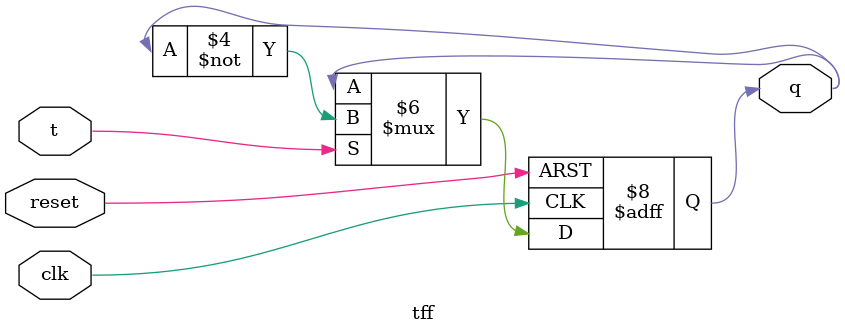
<source format=v>
module tff(
input clk,
input reset,
input t,
output reg q
);

always@(posedge clk or posedge reset)
begin
    if(reset == 1'b1)
        q <= 1'b0;
    else
       if(t == 1'b1)
        q <= ~q;
       else
       q <= q;
end

endmodule

</source>
